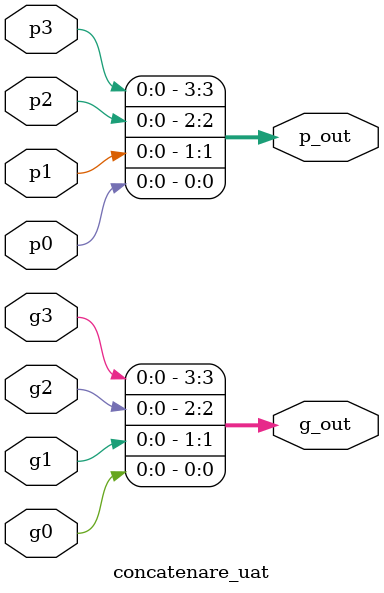
<source format=v>
`timescale 1ns / 1ps


module concatenare_uat(p0, p1, p2, p3, g0, g1, g2, g3, g_out, p_out);

    input p0, p1, p2, p3, g0, g1, g2, g3;
    output [3:0] g_out, p_out;
    
    assign g_out[0] = g0;
    assign g_out[1] = g1;
    assign g_out[2] = g2;
    assign g_out[3] = g3;
    
    assign p_out[0] = p0;
    assign p_out[1] = p1;
    assign p_out[2] = p2;
    assign p_out[3] = p3;
endmodule

</source>
